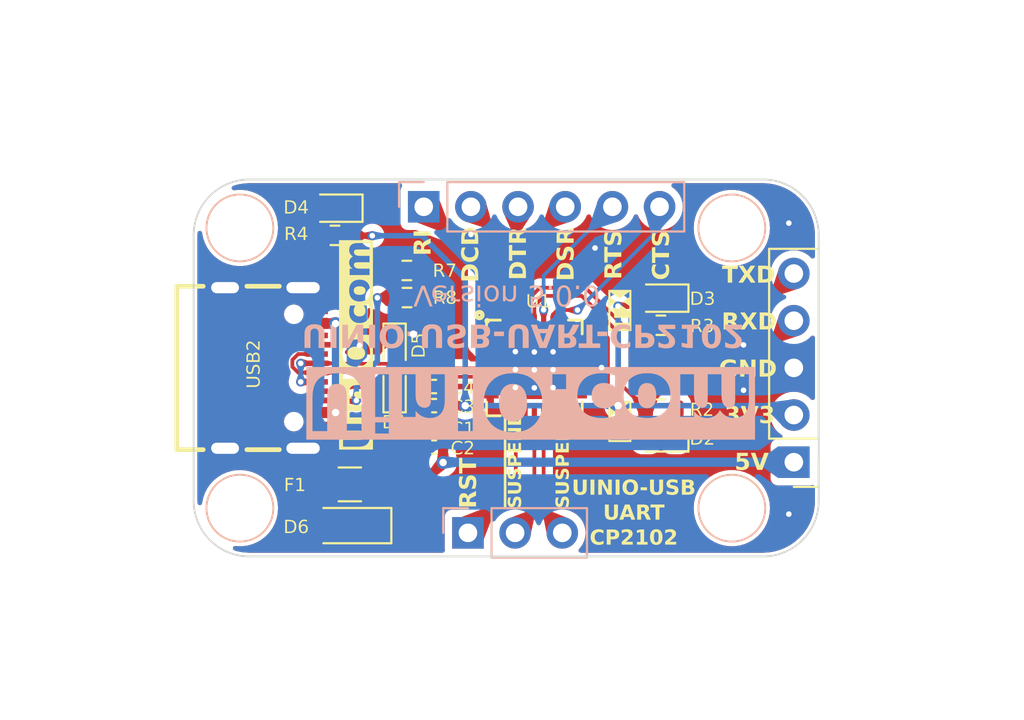
<source format=kicad_pcb>
(kicad_pcb (version 20240108) (generator "pcbnew") (generator_version "8.0")
  (title_block (title "UINIO-USB-UART-CP2102") (date "2024-11-25") (rev "Version 5.0.0") (company "UinIO.com 电子技术实验室"))
  (layers (0 "F.Cu" signal) (31 "B.Cu" signal) (34 "B.Paste" user) (35 "F.Paste" user) (36 "B.SilkS" user "B.Silkscreen") (37 "F.SilkS" user "F.Silkscreen") (38 "B.Mask" user) (39 "F.Mask" user) (44 "Edge.Cuts" user))
  (net 0 "")
  (net 1 "/CP2102_VDD_5V")
  (net 2 "GND")
  (net 3 "/CP2102_VDD_3.3V")
  (net 4 "/VBUS")
  (net 5 "Net-(D3-K)")
  (net 6 "/CP2102_DSR")
  (net 7 "/CP2102_DTR")
  (net 8 "/CP2102_DCD")
  (net 9 "/CP2102_SUSPEND")
  (net 10 "/CP2102_*SUSPEND")
  (net 11 "/CP2102_TXD")
  (net 12 "/CP2102_RXD")
  (net 13 "/CP2102_RTS")
  (net 14 "/CP2102_CTS")
  (net 15 "/CP2102_RI")
  (net 16 "/CP2102_USB_Data_P")
  (net 17 "/CP2102_USB_Data_N")
  (net 18 "/CP2102_RST")
  (net 19 "Net-(USB2-CC1)")
  (net 20 "Net-(USB2-CC2)")
  (net 34 "Net-(D4-A)")
  (net 35 "Net-(D2-K)")
  (footprint "Fuse:Fuse_1206_3216Metric" (layer "F.Cu") (at 141.54952 101.935 180)
    (property "Reference" "F1" (at 2.96 -0.07 180) (layer "F.SilkS") (effects (font (size 0.7 0.7))))
    (property "Value" "60V 1A")
    (fp_line (start -0.602064 0.91) (end 0.602064 0.91) (stroke (width 0.12)) (layer "F.SilkS"))
    (fp_line (start -0.602064 -0.91) (end 0.602064 -0.91) (stroke (width 0.12)) (layer "F.SilkS"))
    (pad "1" smd roundrect (at -1.4 0 180) (size 1.25 1.75) (layers "F.Cu" "F.Paste" "F.Mask") (roundrect_rratio 0.2) (net 1 "/CP2102_VDD_5V"))
    (pad "2" smd roundrect (at 1.4 0 180) (size 1.25 1.75) (layers "F.Cu" "F.Paste" "F.Mask") (roundrect_rratio 0.2) (net 4 "/VBUS"))
  )
  (footprint "Resistor_SMD:R_0603_1608Metric" (layer "F.Cu") (at 144.62952 91.875 180)
    (property "Reference" "R8" (at -2.04 -0.04 0) (layer "F.SilkS") (effects (font (size 0.7 0.7) (thickness 0.1))))
    (property "Value" "5.1K")
    (fp_line (start -0.237258 0.5225) (end 0.237258 0.5225) (stroke (width 0.12)) (layer "F.SilkS"))
    (fp_line (start -0.237258 -0.5225) (end 0.237258 -0.5225) (stroke (width 0.12)) (layer "F.SilkS"))
    (pad "1" smd roundrect (at -0.825 0 180) (size 0.8 0.95) (layers "F.Cu" "F.Paste" "F.Mask") (net 2 "GND"))
    (pad "2" smd roundrect (at 0.825 0 180) (size 0.8 0.95) (layers "F.Cu" "F.Paste" "F.Mask") (net 20 "Net-(USB2-CC2)"))
  )
  (footprint "Uinio:Hole-2mm" (layer "F.Cu") (at 135.62952 88.125)
    (property "Reference" "HOLE**" (hide yes))
    (property "Value" "Hole-2mm" (hide yes))
    (fp_circle (center 0 0) (end 1.8 0) (stroke (width 0.1)) (fill none) (layer "B.SilkS"))
    (fp_circle (center 0 0) (end 1.8 0) (stroke (width 0.1)) (fill none) (layer "F.SilkS"))
    (pad "" np_thru_hole circle (at 0 0) (size 2.2 2.2) (drill 2.2) (layers "F&B.Cu" "*.Mask"))
  )
  (footprint "Uinio:Hole-2mm" (layer "F.Cu") (at 135.62952 103.215)
    (property "Reference" "HOLE**" (hide yes))
    (property "Value" "Hole-2mm" (hide yes))
    (fp_circle (center 0 0) (end 1.8 0) (stroke (width 0.1)) (fill none) (layer "B.SilkS"))
    (fp_circle (center 0 0) (end 1.8 0) (stroke (width 0.1)) (fill none) (layer "F.SilkS"))
    (pad "" np_thru_hole circle (at 0 0) (size 2.2 2.2) (drill 2.2) (layers "F&B.Cu" "*.Mask"))
  )
  (footprint "Uinio:Hole-2mm" (layer "F.Cu") (at 162.11952 103.215)
    (property "Reference" "HOLE**" (hide yes))
    (property "Value" "Hole-2mm" (hide yes))
    (fp_circle (center 0 0) (end 1.8 0) (stroke (width 0.1)) (fill none) (layer "B.SilkS"))
    (fp_circle (center 0 0) (end 1.8 0) (stroke (width 0.1)) (fill none) (layer "F.SilkS"))
    (pad "" np_thru_hole circle (at 0 0) (size 2.2 2.2) (drill 2.2) (layers "F&B.Cu" "*.Mask"))
  )
  (footprint "Uinio:Hole-2mm" (layer "F.Cu") (at 162.11952 88.125)
    (property "Reference" "HOLE**" (hide yes))
    (property "Value" "Hole-2mm" (hide yes))
    (fp_circle (center 0 0) (end 1.8 0) (stroke (width 0.1)) (fill none) (layer "B.SilkS"))
    (fp_circle (center 0 0) (end 1.8 0) (stroke (width 0.1)) (fill none) (layer "F.SilkS"))
    (pad "" np_thru_hole circle (at 0 0) (size 2.2 2.2) (drill 2.2) (layers "F&B.Cu" "*.Mask"))
  )
  (footprint "Resistor_SMD:R_0603_1608Metric" (layer "F.Cu") (at 144.61952 90.415 180)
    (property "Reference" "R7" (at -2.04 -0.05 0) (layer "F.SilkS") (effects (font (size 0.7 0.7) (thickness 0.1))))
    (property "Value" "5.1K")
    (fp_line (start -0.237258 0.5225) (end 0.237258 0.5225) (stroke (width 0.12)) (layer "F.SilkS"))
    (fp_line (start -0.237258 -0.5225) (end 0.237258 -0.5225) (stroke (width 0.12)) (layer "F.SilkS"))
    (pad "1" smd roundrect (at -0.825 0 180) (size 0.8 0.95) (layers "F.Cu" "F.Paste" "F.Mask") (net 2 "GND"))
    (pad "2" smd roundrect (at 0.825 0 180) (size 0.8 0.95) (layers "F.Cu" "F.Paste" "F.Mask") (net 19 "Net-(USB2-CC1)"))
  )
  (footprint "Capacitor_SMD:C_0402_1005Metric" (layer "F.Cu") (at 146.08952 99.925 180)
    (property "Reference" "C2" (at -1.54 -0.1 180) (layer "F.SilkS") (effects (font (size 0.7 0.7))))
    (property "Value" "1uF")
    (fp_line (start -0.107836 0.36) (end 0.107836 0.36) (stroke (width 0.12)) (layer "F.SilkS"))
    (fp_line (start -0.107836 -0.36) (end 0.107836 -0.36) (stroke (width 0.12)) (layer "F.SilkS"))
    (pad "1" smd roundrect (at -0.48 0 180) (size 0.56 0.62) (layers "F.Cu" "F.Paste" "F.Mask") (net 1 "/CP2102_VDD_5V"))
    (pad "2" smd roundrect (at 0.48 0 180) (size 0.56 0.62) (layers "F.Cu" "F.Paste" "F.Mask") (net 2 "GND"))
  )
  (footprint "LED_SMD:LED_0603_1608Metric" (layer "F.Cu") (at 158.29952 99.435 180)
    (property "Reference" "D2" (at -2.23 -0.07 0) (layer "F.SilkS") (effects (font (size 0.7 0.7) (thickness 0.1))))
    (property "Value" "BLUE LED")
    (fp_line (start 0.8 -0.735) (end -1.485 -0.735) (stroke (width 0.12)) (layer "F.SilkS"))
    (fp_line (start -1.485 0.735) (end 0.8 0.735) (stroke (width 0.12)) (layer "F.SilkS"))
    (fp_line (start -1.485 -0.735) (end -1.485 0.735) (stroke (width 0.12)) (layer "F.SilkS"))
    (pad "1" smd roundrect (at -0.7875 0 180) (size 0.875 0.95) (layers "F.Cu" "F.Paste" "F.Mask") (net 35 "Net-(D2-K)"))
    (pad "2" smd roundrect (at 0.7875 0 180) (size 0.875 0.95) (layers "F.Cu" "F.Paste" "F.Mask") (net 3 "/CP2102_VDD_3.3V"))
  )
  (footprint "Diode_SMD:D_SOD-523" (layer "F.Cu") (at 143.95952 96.795 90)
    (property "Reference" "D1" (at -1.83 0.01 0) (layer "F.SilkS") (effects (font (size 0.7 0.7))))
    (property "Value" "LESD5D5.0CT1G")
    (fp_line (start 0.7 -0.6) (end -1.26 -0.6) (stroke (width 0.12)) (layer "F.SilkS"))
    (fp_line (start -1.26 -0.6) (end -1.26 0.6) (stroke (width 0.12)) (layer "F.SilkS"))
    (fp_line (start 0.7 0.6) (end -1.26 0.6) (stroke (width 0.12)) (layer "F.SilkS"))
    (pad "1" smd roundrect (at -0.7 0 270) (size 0.6 0.7) (layers "F.Cu" "F.Paste" "F.Mask") (net 2 "GND"))
    (pad "2" smd roundrect (at 0.7 0 270) (size 0.6 0.7) (layers "F.Cu" "F.Paste" "F.Mask") (net 17 "/CP2102_USB_Data_N"))
  )
  (footprint "Uinio:USB-C-SMD_TYPEC-304J-BCP16" (layer "F.Cu") (at 137.31052 95.665 -90)
    (property "Reference" "USB2" (at 1.11 0.90732 90) (layer "F.SilkS") (effects (font (size 0.7 0.7) (thickness 0.1)) (justify left)))
    (property "Value" "USB_Type_C_16Pin")
    (fp_line (start -4.4 5.081) (end 4.4 5.081) (stroke (width 0.254)) (layer "F.SilkS"))
    (fp_line (start -4.4 5.081) (end -4.4 3.659) (stroke (width 0.254)) (layer "F.SilkS"))
    (fp_line (start 4.4 5.081) (end 4.4 3.659) (stroke (width 0.254)) (layer "F.SilkS"))
    (fp_line (start -4.4 1.304) (end -4.4 -0.441) (stroke (width 0.254)) (layer "F.SilkS"))
    (fp_line (start 4.4 1.304) (end 4.4 -0.441) (stroke (width 0.254)) (layer "F.SilkS"))
    (pad "" np_thru_hole circle (at -2.89 -1.219 270) (size 0.65 0.65) (drill 0.65) (layers "*.Cu" "*.Mask"))
    (pad "" np_thru_hole circle (at 2.89 -1.219 270) (size 0.65 0.65) (drill 0.65) (layers "*.Cu" "*.Mask"))
    (pad "13" thru_hole oval (at -4.325 -1.719 270) (size 1 2.1) (drill oval 0.6 1.8) (layers "*.Cu" "*.Mask") (net 2 "GND"))
    (pad "14" thru_hole oval (at 4.325 -1.719 270) (size 1 2.1) (drill oval 0.6 1.8) (layers "*.Cu" "*.Mask") (net 2 "GND"))
    (pad "15" thru_hole oval (at -4.325 2.481 270) (size 1 1.9) (drill oval 0.6 1.5) (layers "*.Cu" "*.Mask") (net 2 "GND"))
    (pad "16" thru_hole oval (at 4.325 2.481 270) (size 1 1.9) (drill oval 0.6 1.5) (layers "*.Cu" "*.Mask") (net 2 "GND"))
    (pad "A1B12" smd rect (at -3.2 -2.481 270) (size 0.6 1.15) (layers "F.Cu" "F.Paste" "F.Mask") (net 2 "GND"))
    (pad "A4B9" smd rect (at -2.4 -2.481 270) (size 0.6 1.15) (layers "F.Cu" "F.Paste" "F.Mask") (net 4 "/VBUS"))
    (pad "A5" smd rect (at -1.25 -2.481 270) (size 0.3 1.15) (layers "F.Cu" "F.Paste" "F.Mask") (net 19 "Net-(USB2-CC1)"))
    (pad "A6" smd rect (at -0.25 -2.481 270) (size 0.3 1.15) (layers "F.Cu" "F.Paste" "F.Mask") (net 16 "/CP2102_USB_Data_P"))
    (pad "A7" smd rect (at 0.25 -2.481 270) (size 0.3 1.15) (layers "F.Cu" "F.Paste" "F.Mask") (net 17 "/CP2102_USB_Data_N"))
    (pad "A8" smd rect (at 1.25 -2.481 270) (size 0.3 1.15) (layers "F.Cu" "F.Paste" "F.Mask"))
    (pad "B1A12" smd rect (at 3.2 -2.481 270) (size 0.6 1.15) (layers "F.Cu" "F.Paste" "F.Mask") (net 2 "GND"))
    (pad "B4A9" smd rect (at 2.4 -2.481 270) (size 0.6 1.15) (layers "F.Cu" "F.Paste" "F.Mask") (net 4 "/VBUS"))
    (pad "B5" smd rect (at 1.75 -2.481 270) (size 0.3 1.15) (layers "F.Cu" "F.Paste" "F.Mask") (net 20 "Net-(USB2-CC2)"))
    (pad "B6" smd rect (at 0.75 -2.481 270) (size 0.3 1.15) (layers "F.Cu" "F.Paste" "F.Mask") (net 16 "/CP2102_USB_Data_P"))
    (pad "B7" smd rect (at -0.75 -2.481 270) (size 0.3 1.15) (layers "F.Cu" "F.Paste" "F.Mask") (net 17 "/CP2102_USB_Data_N"))
    (pad "B8" smd rect (at -1.75 -2.481 270) (size 0.3 1.15) (layers "F.Cu" "F.Paste" "F.Mask"))
  )
  (footprint "Uinio:QFN-28_L5.0-W5.0-P0.50-TL-EP3.3" (layer "F.Cu") (at 151.4852 95.665)
    (property "Reference" "U1" (at -0.45568 -3.55 0) (layer "F.SilkS") (effects (font (size 0.7 0.7) (thickness 0.1)) (justify left)))
    (property "Value" "CP2102")
    (fp_line (start -2.576 -2.576) (end -2.576 -1.831) (stroke (width 0.152)) (layer "F.SilkS"))
    (fp_line (start -2.576 2.576) (end -2.576 1.831) (stroke (width 0.152)) (layer "F.SilkS"))
    (fp_line (start -1.831 -2.576) (end -2.576 -2.576) (stroke (width 0.152)) (layer "F.SilkS"))
    (fp_line (start -1.831 2.576) (end -2.576 2.576) (stroke (width 0.152)) (layer "F.SilkS"))
    (fp_line (start 1.831 -2.576) (end 2.576 -2.576) (stroke (width 0.152)) (layer "F.SilkS"))
    (fp_line (start 1.831 2.576) (end 2.576 2.576) (stroke (width 0.152)) (layer "F.SilkS"))
    (fp_line (start 2.576 -2.576) (end 2.576 -1.831) (stroke (width 0.152)) (layer "F.SilkS"))
    (fp_line (start 2.576 2.576) (end 2.576 1.831) (stroke (width 0.152)) (layer "F.SilkS"))
    (fp_circle (center -2.54 -2.54) (end -2.465 -2.54) (stroke (width 0.15)) (fill none) (layer "F.SilkS"))
    (pad "1" smd rect (at -2.377 -1.5) (size 0.905 0.28) (layers "F.Cu" "F.Paste" "F.Mask") (net 8 "/CP2102_DCD"))
    (pad "2" smd rect (at -2.377 -1) (size 0.905 0.28) (layers "F.Cu" "F.Paste" "F.Mask") (net 15 "/CP2102_RI"))
    (pad "3" smd rect (at -2.377 -0.5) (size 0.905 0.28) (layers "F.Cu" "F.Paste" "F.Mask") (net 2 "GND"))
    (pad "4" smd rect (at -2.377 0) (size 0.905 0.28) (layers "F.Cu" "F.Paste" "F.Mask") (net 16 "/CP2102_USB_Data_P"))
    (pad "5" smd rect (at -2.377 0.5) (size 0.905 0.28) (layers "F.Cu" "F.Paste" "F.Mask") (net 17 "/CP2102_USB_Data_N"))
    (pad "6" smd rect (at -2.377 1) (size 0.905 0.28) (layers "F.Cu" "F.Paste" "F.Mask") (net 3 "/CP2102_VDD_3.3V"))
    (pad "7" smd rect (at -2.377 1.5) (size 0.905 0.28) (layers "F.Cu" "F.Paste" "F.Mask") (net 1 "/CP2102_VDD_5V"))
    (pad "8" smd rect (at -1.5 2.377) (size 0.28 0.905) (layers "F.Cu" "F.Paste" "F.Mask") (net 1 "/CP2102_VDD_5V"))
    (pad "9" smd rect (at -1 2.377) (size 0.28 0.905) (layers "F.Cu" "F.Paste" "F.Mask") (net 18 "/CP2102_RST"))
    (pad "10" smd rect (at -0.5 2.377) (size 0.28 0.905) (layers "F.Cu" "F.Paste" "F.Mask"))
    (pad "11" smd rect (at 0 2.377) (size 0.28 0.905) (layers "F.Cu" "F.Paste" "F.Mask") (net 10 "/CP2102_*SUSPEND"))
    (pad "12" smd rect (at 0.5 2.377) (size 0.28 0.905) (layers "F.Cu" "F.Paste" "F.Mask") (net 9 "/CP2102_SUSPEND"))
    (pad "13" smd rect (at 1 2.377) (size 0.28 0.905) (layers "F.Cu" "F.Paste" "F.Mask"))
    (pad "14" smd rect (at 1.5 2.377) (size 0.28 0.905) (layers "F.Cu" "F.Paste" "F.Mask"))
    (pad "15" smd rect (at 2.377 1.5) (size 0.905 0.28) (layers "F.Cu" "F.Paste" "F.Mask"))
    (pad "16" smd rect (at 2.377 1) (size 0.905 0.28) (layers "F.Cu" "F.Paste" "F.Mask"))
    (pad "17" smd rect (at 2.377 0.5) (size 0.905 0.28) (layers "F.Cu" "F.Paste" "F.Mask"))
    (pad "18" smd rect (at 2.377 0) (size 0.905 0.28) (layers "F.Cu" "F.Paste" "F.Mask"))
    (pad "19" smd rect (at 2.377 -0.5) (size 0.905 0.28) (layers "F.Cu" "F.Paste" "F.Mask"))
    (pad "20" smd rect (at 2.377 -1) (size 0.905 0.28) (layers "F.Cu" "F.Paste" "F.Mask"))
    (pad "21" smd rect (at 2.377 -1.5) (size 0.905 0.28) (layers "F.Cu" "F.Paste" "F.Mask"))
    (pad "22" smd rect (at 1.5 -2.377) (size 0.28 0.905) (layers "F.Cu" "F.Paste" "F.Mask"))
    (pad "23" smd rect (at 1 -2.377) (size 0.28 0.905) (layers "F.Cu" "F.Paste" "F.Mask") (net 14 "/CP2102_CTS"))
    (pad "24" smd rect (at 0.5 -2.377) (size 0.28 0.905) (layers "F.Cu" "F.Paste" "F.Mask") (net 13 "/CP2102_RTS"))
    (pad "25" smd rect (at 0 -2.377) (size 0.28 0.905) (layers "F.Cu" "F.Paste" "F.Mask") (net 12 "/CP2102_RXD"))
    (pad "26" smd rect (at -0.5 -2.377) (size 0.28 0.905) (layers "F.Cu" "F.Paste" "F.Mask") (net 11 "/CP2102_TXD"))
    (pad "27" smd rect (at -1 -2.377) (size 0.28 0.905) (layers "F.Cu" "F.Paste" "F.Mask") (net 6 "/CP2102_DSR"))
    (pad "28" smd rect (at -1.5 -2.377) (size 0.28 0.905) (layers "F.Cu" "F.Paste" "F.Mask") (net 7 "/CP2102_DTR"))
    (pad "29" smd rect (at 0 0) (size 3.35 3.35) (layers "F.Cu" "F.Paste" "F.Mask") (net 2 "GND"))
  )
  (footprint "Connector_PinHeader_2.54mm:PinHeader_1x05_P2.54mm_Vertical" (layer "F.Cu") (at 165.4582 100.74 180)
    (property "Reference" "J2" (hide yes))
    (property "Value" "Conn_01x05_Pin")
    (fp_line (start 1.33 1.27) (end 1.33 11.49) (stroke (width 0.12)) (layer "F.SilkS"))
    (fp_line (start -1.33 11.49) (end 1.33 11.49) (stroke (width 0.12)) (layer "F.SilkS"))
    (fp_line (start -1.33 1.27) (end 1.33 1.27) (stroke (width 0.12)) (layer "F.SilkS"))
    (fp_line (start -1.33 1.27) (end -1.33 11.49) (stroke (width 0.12)) (layer "F.SilkS"))
    (fp_line (start -1.33 0) (end -1.33 -1.33) (stroke (width 0.12)) (layer "F.SilkS"))
    (fp_line (start -1.33 -1.33) (end 0 -1.33) (stroke (width 0.12)) (layer "F.SilkS"))
    (pad "1" thru_hole rect (at 0 0 180) (size 1.7 1.7) (drill 1) (layers "*.Cu" "*.Mask") (net 1 "/CP2102_VDD_5V"))
    (pad "2" thru_hole oval (at 0 2.54 180) (size 1.7 1.7) (drill 1) (layers "*.Cu" "*.Mask") (net 3 "/CP2102_VDD_3.3V"))
    (pad "3" thru_hole oval (at 0 5.08 180) (size 1.7 1.7) (drill 1) (layers "*.Cu" "*.Mask") (net 2 "GND"))
    (pad "4" thru_hole oval (at 0 7.62 180) (size 1.7 1.7) (drill 1) (layers "*.Cu" "*.Mask") (net 12 "/CP2102_RXD"))
    (pad "5" thru_hole oval (at 0 10.16 180) (size 1.7 1.7) (drill 1) (layers "*.Cu" "*.Mask") (net 11 "/CP2102_TXD"))
  )
  (footprint "Resistor_SMD:R_0603_1608Metric" (layer "F.Cu") (at 140.74952 88.525)
    (property "Reference" "R4" (at -2.09 -0.04 0) (layer "F.SilkS") (effects (font (size 0.7 0.7) (thickness 0.1))))
    (property "Value" "2K")
    (fp_line (start -0.237258 -0.5225) (end 0.237258 -0.5225) (stroke (width 0.12)) (layer "F.SilkS"))
    (fp_line (start -0.237258 0.5225) (end 0.237258 0.5225) (stroke (width 0.12)) (layer "F.SilkS"))
    (pad "1" smd roundrect (at -0.825 0) (size 0.8 0.95) (layers "F.Cu" "F.Paste" "F.Mask") (net 34 "Net-(D4-A)"))
    (pad "2" smd roundrect (at 0.825 0) (size 0.8 0.95) (layers "F.Cu" "F.Paste" "F.Mask") (net 3 "/CP2102_VDD_3.3V"))
  )
  (footprint "Diode_SMD:Nexperia_CFP3_SOD-123W" (layer "F.Cu") (at 141.52452 104.155 180)
    (property "Reference" "D6" (at 2.864005 -0.11 180) (layer "F.SilkS") (effects (font (size 0.7 0.7))))
    (property "Value" "1N4007")
    (fp_line (start -2.26 0.95) (end 1.4 0.95) (stroke (width 0.12)) (layer "F.SilkS"))
    (fp_line (start -2.26 -0.95) (end 1.4 -0.95) (stroke (width 0.12)) (layer "F.SilkS"))
    (fp_line (start -2.26 -0.95) (end -2.26 0.95) (stroke (width 0.12)) (layer "F.SilkS"))
    (pad "1" smd rect (at -1.4 0 180) (size 1.2 1.2) (layers "F.Cu" "F.Paste" "F.Mask") (net 1 "/CP2102_VDD_5V"))
    (pad "2" smd rect (at 1.4 0 180) (size 1.2 1.2) (layers "F.Cu" "F.Paste" "F.Mask") (net 2 "GND"))
  )
  (footprint "Capacitor_SMD:C_0402_1005Metric" (layer "F.Cu") (at 146.08952 96.665 180)
    (property "Reference" "C4" (at -1.54 -0.1 180) (layer "F.SilkS") (effects (font (size 0.7 0.7))))
    (property "Value" "0.1uF")
    (fp_line (start -0.107836 0.36) (end 0.107836 0.36) (stroke (width 0.12)) (layer "F.SilkS"))
    (fp_line (start -0.107836 -0.36) (end 0.107836 -0.36) (stroke (width 0.12)) (layer "F.SilkS"))
    (pad "1" smd roundrect (at -0.48 0 180) (size 0.56 0.62) (layers "F.Cu" "F.Paste" "F.Mask") (net 3 "/CP2102_VDD_3.3V"))
    (pad "2" smd roundrect (at 0.48 0 180) (size 0.56 0.62) (layers "F.Cu" "F.Paste" "F.Mask") (net 2 "GND"))
  )
  (footprint "Resistor_SMD:R_0603_1608Metric" (layer "F.Cu") (at 158.29952 93.365)
    (property "Reference" "R3" (at 2.220509 0.08 0) (layer "F.SilkS") (effects (font (size 0.7 0.7) (thickness 0.1))))
    (property "Value" "2K")
    (fp_line (start -0.237258 -0.5225) (end 0.237258 -0.5225) (stroke (width 0.12)) (layer "F.SilkS"))
    (fp_line (start -0.237258 0.5225) (end 0.237258 0.5225) (stroke (width 0.12)) (layer "F.SilkS"))
    (pad "1" smd roundrect (at -0.825 0) (size 0.8 0.95) (layers "F.Cu" "F.Paste" "F.Mask") (net 11 "/CP2102_TXD"))
    (pad "2" smd roundrect (at 0.825 0) (size 0.8 0.95) (layers "F.Cu" "F.Paste" "F.Mask") (net 5 "Net-(D3-K)"))
  )
  (footprint "LED_SMD:LED_0603_1608Metric" (layer "F.Cu") (at 158.29952 91.905 180)
    (property "Reference" "D3" (at -2.24 -0.07 0) (layer "F.SilkS") (effects (font (size 0.7 0.7) (thickness 0.1))))
    (property "Value" "BLUE LED")
    (fp_line (start 0.8 -0.735) (end -1.485 -0.735) (stroke (width 0.12)) (layer "F.SilkS"))
    (fp_line (start -1.485 0.735) (end 0.8 0.735) (stroke (width 0.12)) (layer "F.SilkS"))
    (fp_line (start -1.485 -0.735) (end -1.485 0.735) (stroke (width 0.12)) (layer "F.SilkS"))
    (pad "1" smd roundrect (at -0.7875 0 180) (size 0.875 0.95) (layers "F.Cu" "F.Paste" "F.Mask") (net 5 "Net-(D3-K)"))
    (pad "2" smd roundrect (at 0.7875 0 180) (size 0.875 0.95) (layers "F.Cu" "F.Paste" "F.Mask") (net 3 "/CP2102_VDD_3.3V"))
  )
  (footprint "LED_SMD:LED_0603_1608Metric" (layer "F.Cu") (at 140.74952 87.06 180)
    (property "Reference" "D4" (at 2.09 0 0) (layer "F.SilkS") (effects (font (size 0.7 0.7) (thickness 0.1))))
    (property "Value" "LED Red")
    (fp_line (start 0.8 -0.735) (end -1.485 -0.735) (stroke (width 0.12)) (layer "F.SilkS"))
    (fp_line (start -1.485 0.735) (end 0.8 0.735) (stroke (width 0.12)) (layer "F.SilkS"))
    (fp_line (start -1.485 -0.735) (end -1.485 0.735) (stroke (width 0.12)) (layer "F.SilkS"))
    (pad "1" smd roundrect (at -0.7875 0 180) (size 0.875 0.95) (layers "F.Cu" "F.Paste" "F.Mask") (net 2 "GND"))
    (pad "2" smd roundrect (at 0.7875 0 180) (size 0.875 0.95) (layers "F.Cu" "F.Paste" "F.Mask") (net 34 "Net-(D4-A)"))
  )
  (footprint "Diode_SMD:D_SOD-523" (layer "F.Cu") (at 143.95952 94.535 -90)
    (property "Reference" "D5" (at -0.08 -1.33 -90) (layer "F.SilkS") (effects (font (size 0.7 0.7))))
    (property "Value" "LESD5D5.0CT1G")
    (fp_line (start 0.7 0.6) (end -1.26 0.6) (stroke (width 0.12)) (layer "F.SilkS"))
    (fp_line (start -1.26 -0.6) (end -1.26 0.6) (stroke (width 0.12)) (layer "F.SilkS"))
    (fp_line (start 0.7 -0.6) (end -1.26 -0.6) (stroke (width 0.12)) (layer "F.SilkS"))
    (pad "1" smd roundrect (at -0.7 0 90) (size 0.6 0.7) (layers "F.Cu" "F.Paste" "F.Mask") (net 2 "GND"))
    (pad "2" smd roundrect (at 0.7 0 90) (size 0.6 0.7) (layers "F.Cu" "F.Paste" "F.Mask") (net 16 "/CP2102_USB_Data_P"))
  )
  (footprint "Capacitor_SMD:C_0402_1005Metric" (layer "F.Cu") (at 146.08952 97.695 180)
    (property "Reference" "C3" (at -1.54 -0.1 180) (layer "F.SilkS") (effects (font (size 0.7 0.7))))
    (property "Value" "4.7uF")
    (fp_line (start -0.107836 0.36) (end 0.107836 0.36) (stroke (width 0.12)) (layer "F.SilkS"))
    (fp_line (start -0.107836 -0.36) (end 0.107836 -0.36) (stroke (width 0.12)) (layer "F.SilkS"))
    (pad "1" smd roundrect (at -0.48 0 180) (size 0.56 0.62) (layers "F.Cu" "F.Paste" "F.Mask") (net 3 "/CP2102_VDD_3.3V"))
    (pad "2" smd roundrect (at 0.48 0 180) (size 0.56 0.62) (layers "F.Cu" "F.Paste" "F.Mask") (net 2 "GND"))
  )
  (footprint "Capacitor_SMD:C_0402_1005Metric" (layer "F.Cu") (at 146.08952 98.885 180)
    (property "Reference" "C1" (at -1.54 -0.1 180) (layer "F.SilkS") (effects (font (size 0.7 0.7))))
    (property "Value" "0.1uF")
    (fp_line (start -0.107836 0.36) (end 0.107836 0.36) (stroke (width 0.12)) (layer "F.SilkS"))
    (fp_line (start -0.107836 -0.36) (end 0.107836 -0.36) (stroke (width 0.12)) (layer "F.SilkS"))
    (pad "1" smd roundrect (at -0.48 0 180) (size 0.56 0.62) (layers "F.Cu" "F.Paste" "F.Mask") (net 1 "/CP2102_VDD_5V"))
    (pad "2" smd roundrect (at 0.48 0 180) (size 0.56 0.62) (layers "F.Cu" "F.Paste" "F.Mask") (net 2 "GND"))
  )
  (footprint "Resistor_SMD:R_0603_1608Metric" (layer "F.Cu") (at 158.29952 97.885)
    (property "Reference" "R2" (at 2.210509 0.07 0) (layer "F.SilkS") (effects (font (size 0.7 0.7) (thickness 0.1))))
    (property "Value" "2K")
    (fp_line (start -0.237258 -0.5225) (end 0.237258 -0.5225) (stroke (width 0.12)) (layer "F.SilkS"))
    (fp_line (start -0.237258 0.5225) (end 0.237258 0.5225) (stroke (width 0.12)) (layer "F.SilkS"))
    (pad "1" smd roundrect (at -0.825 0) (size 0.8 0.95) (layers "F.Cu" "F.Paste" "F.Mask") (net 12 "/CP2102_RXD"))
    (pad "2" smd roundrect (at 0.825 0) (size 0.8 0.95) (layers "F.Cu" "F.Paste" "F.Mask") (net 35 "Net-(D2-K)"))
  )
  (footprint "Connector_PinHeader_2.54mm:PinHeader_1x06_P2.54mm_Vertical" (layer "B.Cu") (at 145.5282 86.985 -90)
    (property "Reference" "J3" (hide yes))
    (property "Value" "Conn_01x06_Pin")
    (fp_line (start -1.33 1.33) (end 0 1.33) (stroke (width 0.12)) (layer "B.SilkS"))
    (fp_line (start -1.33 0) (end -1.33 1.33) (stroke (width 0.12)) (layer "B.SilkS"))
    (fp_line (start -1.33 -1.27) (end 1.33 -1.27) (stroke (width 0.12)) (layer "B.SilkS"))
    (fp_line (start -1.33 -1.27) (end -1.33 -14.03) (stroke (width 0.12)) (layer "B.SilkS"))
    (fp_line (start 1.33 -1.27) (end 1.33 -14.03) (stroke (width 0.12)) (layer "B.SilkS"))
    (fp_line (start -1.33 -14.03) (end 1.33 -14.03) (stroke (width 0.12)) (layer "B.SilkS"))
    (pad "1" thru_hole rect (at 0 0 270) (size 1.7 1.7) (drill 1) (layers "*.Cu" "*.Mask") (net 15 "/CP2102_RI"))
    (pad "2" thru_hole oval (at 0 -2.54 270) (size 1.7 1.7) (drill 1) (layers "*.Cu" "*.Mask") (net 8 "/CP2102_DCD"))
    (pad "3" thru_hole oval (at 0 -5.08 270) (size 1.7 1.7) (drill 1) (layers "*.Cu" "*.Mask") (net 7 "/CP2102_DTR"))
    (pad "4" thru_hole oval (at 0 -7.62 270) (size 1.7 1.7) (drill 1) (layers "*.Cu" "*.Mask") (net 6 "/CP2102_DSR"))
    (pad "5" thru_hole oval (at 0 -10.16 270) (size 1.7 1.7) (drill 1) (layers "*.Cu" "*.Mask") (net 13 "/CP2102_RTS"))
    (pad "6" thru_hole oval (at 0 -12.7 270) (size 1.7 1.7) (drill 1) (layers "*.Cu" "*.Mask") (net 14 "/CP2102_CTS"))
  )
  (footprint "Connector_PinHeader_2.54mm:PinHeader_1x03_P2.54mm_Vertical" (layer "B.Cu") (at 147.90952 104.545 -90)
    (property "Reference" "J1" (hide yes))
    (property "Value" "Conn_01x03_Pin")
    (fp_line (start -1.33 1.33) (end 0 1.33) (stroke (width 0.12)) (layer "B.SilkS"))
    (fp_line (start -1.33 0) (end -1.33 1.33) (stroke (width 0.12)) (layer "B.SilkS"))
    (fp_line (start -1.33 -1.27) (end 1.33 -1.27) (stroke (width 0.12)) (layer "B.SilkS"))
    (fp_line (start -1.33 -1.27) (end -1.33 -6.41) (stroke (width 0.12)) (layer "B.SilkS"))
    (fp_line (start 1.33 -1.27) (end 1.33 -6.41) (stroke (width 0.12)) (layer "B.SilkS"))
    (fp_line (start -1.33 -6.41) (end 1.33 -6.41) (stroke (width 0.12)) (layer "B.SilkS"))
    (pad "1" thru_hole rect (at 0 0 270) (size 1.7 1.7) (drill 1) (layers "*.Cu" "*.Mask") (net 18 "/CP2102_RST"))
    (pad "2" thru_hole oval (at 0 -2.54 270) (size 1.7 1.7) (drill 1) (layers "*.Cu" "*.Mask") (net 10 "/CP2102_*SUSPEND"))
    (pad "3" thru_hole oval (at 0 -5.08 270) (size 1.7 1.7) (drill 1) (layers "*.Cu" "*.Mask") (net 9 "/CP2102_SUSPEND"))
  )
  (gr_circle (center 148.5282 92.815) (end 148.4882 92.795) (stroke (width 0.1)) (fill none) (layer "F.SilkS"))
  (gr_circle (center 148.5282 92.815) (end 148.3982 92.795) (stroke (width 0.1)) (fill none) (layer "F.SilkS"))
  (gr_circle (center 148.5282 92.815) (end 148.3782 92.645) (stroke (width 0.1)) (fill none) (layer "F.SilkS"))
  (gr_arc (start 136.1382 105.815) (mid 134.01688 104.93632) (end 133.1382 102.815) (stroke (width 0.1)) (layer "Edge.Cuts"))
  (gr_arc (start 133.1382 88.515) (mid 134.01688 86.39368) (end 136.1382 85.515) (stroke (width 0.1)) (layer "Edge.Cuts"))
  (gr_line (start 133.1382 102.815) (end 133.1382 88.515) (stroke (width 0.1)) (layer "Edge.Cuts"))
  (gr_line (start 136.1382 85.515) (end 163.7982 85.515) (stroke (width 0.1)) (layer "Edge.Cuts"))
  (gr_line (start 138.3432 105.815) (end 144.4432 105.815) (stroke (width 0.1)) (layer "Edge.Cuts"))
  (gr_line (start 166.7982 88.515) (end 166.7982 102.815) (stroke (width 0.1)) (layer "Edge.Cuts"))
  (gr_line (start 136.1382 105.815) (end 138.3432 105.815) (stroke (width 0.1)) (layer "Edge.Cuts"))
  (gr_arc (start 163.7982 85.515) (mid 165.91952 86.39368) (end 166.7982 88.515) (stroke (width 0.1)) (layer "Edge.Cuts"))
  (gr_line (start 144.4432 105.815) (end 163.7982 105.815) (stroke (width 0.1)) (layer "Edge.Cuts"))
  (gr_arc (start 166.7982 102.815) (mid 165.91952 104.93632) (end 163.7982 105.815) (stroke (width 0.1)) (layer "Edge.Cuts"))
  (gr_text "UINIO-USB-UART-CP2102" (at 138.94952 93.125 180) (layer "B.SilkS") (effects (font (size 1.23 1.23) (thickness 0.16) (bold yes)) (justify left bottom mirror)))
  (gr_text "Version 5.0.0" (at 144.96952 91.045 180) (layer "B.SilkS") (effects (font (size 1.1 1.1) (thickness 0.125)) (justify left bottom mirror)))
  (gr_text "UinIO.com" (at 139.154 95.495 180) (layer "B.SilkS" knockout) (effects (font (size 3 3) (thickness 0.16) (bold yes)) (justify left bottom mirror)))
  (gr_text "~{SUSPEND}" (at 150.88952 103.225 90) (layer "F.SilkS") (effects (font (size 0.7 0.7) (thickness 0.14) (bold yes)) (justify left bottom)))
  (gr_text "DSR" (at 153.753792 90.993905 90) (layer "F.SilkS") (effects (font (size 0.9 0.9) (thickness 0.16) (bold yes)) (justify left bottom)))
  (gr_text "RX" (at 156.76952 99.675 90) (layer "F.SilkS" knockout) (effects (font (size 1 1) (thickness 0.16) (bold yes)) (justify left bottom)))
  (gr_text "RST\n" (at 148.49952 103.235 90) (layer "F.SilkS") (effects (font (size 0.9 0.9) (thickness 0.16) (bold yes)) (justify left bottom)))
  (gr_text "RI" (at 146.0502 89.631029 90) (layer "F.SilkS") (effects (font (size 0.9 0.9) (thickness 0.16) (bold yes)) (justify left bottom)))
  (gr_text "UinIO.com" (at 142.84952 100.085 90) (layer "F.SilkS" knockout) (effects (font (size 1.4 1.4) (thickness 0.3) (bold yes)) (justify left bottom)))
  (gr_text "CTS" (at 158.88952 90.942125 90) (layer "F.SilkS") (effects (font (size 0.9 0.9) (thickness 0.16) (bold yes)) (justify left bottom)))
  (gr_text "TXD" (at 161.58952 91.225 0) (layer "F.SilkS") (effects (font (size 0.9 0.9) (thickness 0.16) (bold yes)) (justify left bottom)))
  (gr_text "3V3" (at 161.717894 98.785 0) (layer "F.SilkS") (effects (font (size 0.9 0.9) (thickness 0.16) (bold yes)) (justify left bottom)))
  (gr_text "DCD" (at 148.618064 91.065223 90) (layer "F.SilkS") (effects (font (size 0.9 0.9) (thickness 0.16) (bold yes)) (justify left bottom)))
  (gr_text "RTS" (at 156.321656 90.905 90) (layer "F.SilkS") (effects (font (size 0.9 0.9) (thickness 0.16) (bold yes)) (justify left bottom)))
  (gr_text "5V" (at 162.25952 101.305 0) (layer "F.SilkS") (effects (font (size 0.9 0.9) (thickness 0.16) (bold yes)) (justify left bottom)))
  (gr_text "UINIO-USB\nUART\nCP2102" (at 156.83952 105.315 0) (layer "F.SilkS") (effects (font (size 0.8 0.8) (thickness 0.16) (bold yes)) (justify bottom)))
  (gr_text "SUSPEND" (at 153.45952 103.225 90) (layer "F.SilkS") (effects (font (size 0.7 0.7) (thickness 0.14) (bold yes)) (justify left bottom)))
  (gr_text "DTR" (at 151.185928 90.940171 90) (layer "F.SilkS") (effects (font (size 0.9 0.9) (thickness 0.16) (bold yes)) (justify left bottom)))
  (gr_text "TX" (at 156.76952 93.575 90) (layer "F.SilkS" knockout) (effects (font (size 1 1) (thickness 0.16) (bold yes)) (justify left bottom)))
  (gr_text "RXD" (at 161.5649 93.745 0) (layer "F.SilkS") (effects (font (size 0.9 0.9) (thickness 0.16) (bold yes)) (justify left bottom)))
  (gr_text "GND" (at 161.421578 96.285 0) (layer "F.SilkS") (effects (font (size 0.9 0.9) (thickness 0.16) (bold yes)) (justify left bottom)))
  (segment (start 149.1082 98.11632) (end 149.18252 98.042) (width 0.4) (layer "F.Cu") (net 1))
  (segment (start 142.94952 101.935) (end 142.94952 104.13) (width 0.5) (layer "F.Cu") (net 1))
  (segment (start 146.56952 98.885) (end 148.33952 98.885) (width 0.5) (layer "F.Cu") (net 1))
  (segment (start 148.33952 98.885) (end 149.1082 98.11632) (width 0.5) (layer "F.Cu") (net 1))
  (segment (start 149.18252 98.042) (end 149.9852 98.042) (width 0.4) (layer "F.Cu") (net 1))
  (segment (start 146.56952 98.885) (end 146.56952 100.765) (width 0.5) (layer "F.Cu") (net 1))
  (segment (start 146.56952 100.765) (end 145.39952 101.935) (width 0.5) (layer "F.Cu") (net 1))
  (segment (start 149.1082 98.11632) (end 149.1082 97.265) (width 0.4) (layer "F.Cu") (net 1))
  (segment (start 145.39952 101.935) (end 142.94952 101.935) (width 0.5) (layer "F.Cu") (net 1))
  (via (at 146.570227 100.755) (size 0.7) (drill 0.4) (layers "F.Cu" "B.Cu") (net 1))
  (segment (start 146.585227 100.74) (end 165.4582 100.74) (width 0.5) (layer "B.Cu") (net 1))
  (segment (start 146.570227 100.755) (end 146.585227 100.74) (width 0.5) (layer "B.Cu") (net 1))
  (segment (start 134.82952 99.99) (end 139.0882 99.99) (width 0.4) (layer "F.Cu") (net 2))
  (segment (start 139.0882 99.99) (end 139.79152 99.28668) (width 0.4) (layer "F.Cu") (net 2))
  (segment (start 139.0982 91.35) (end 139.79152 92.04332) (width 0.4) (layer "F.Cu") (net 2))
  (segment (start 149.1082 95.165) (end 148.114431 95.165) (width 0.3) (layer "F.Cu") (net 2))
  (segment (start 139.79152 92.04332) (end 139.79152 92.475) (width 0.4) (layer "F.Cu") (net 2))
  (segment (start 149.1082 95.165) (end 150.9852 95.165) (width 0.3) (layer "F.Cu") (net 2))
  (segment (start 148.114431 95.165) (end 145.45452 92.505089) (width 0.3) (layer "F.Cu") (net 2))
  (segment (start 139.79152 99.28668) (end 139.79152 98.875) (width 0.4) (layer "F.Cu") (net 2))
  (segment (start 134.8232 91.35) (end 134.8232 99.98368) (width 0.4) (layer "F.Cu") (net 2))
  (segment (start 139.02952 91.35) (end 134.8232 91.35) (width 0.4) (layer "F.Cu") (net 2))
  (segment (start 145.45452 92.505089) (end 145.45452 91.875) (width 0.3) (layer "F.Cu") (net 2))
  (via (at 165.18952 103.535) (size 0.5) (drill 0.3) (layers "F.Cu" "B.Cu") (net 2))
  (via (at 151.4832 95.77) (size 0.5) (drill 0.3) (layers "F.Cu" "B.Cu") (net 2))
  (via (at 162.74952 94.425) (size 0.5) (drill 0.3) (layers "F.Cu" "B.Cu") (net 2))
  (via (at 142.06952 94.455) (size 0.5) (drill 0.3) (layers "F.Cu" "B.Cu") (net 2))
  (via (at 154.7532 89.205) (size 0.5) (drill 0.3) (layers "F.Cu" "B.Cu") (net 2))
  (via (at 151.4832 96.735) (size 0.5) (drill 0.3) (layers "F.Cu" "B.Cu") (net 2))
  (via (at 152.4932 94.795) (size 0.5) (drill 0.3) (layers "F.Cu" "B.Cu") (net 2))
  (via (at 148.06952 88.475) (size 0.5) (drill 0.3) (layers "F.Cu" "B.Cu") (net 2))
  (via (at 155.1032 95.645) (size 0.5) (drill 0.3) (layers "F.Cu" "B.Cu") (net 2))
  (via (at 165.18952 87.865) (size 0.5) (drill 0.3) (layers "F.Cu" "B.Cu") (net 2))
  (via (at 152.4932 95.76) (size 0.5) (drill 0.3) (layers "F.Cu" "B.Cu") (net 2))
  (via (at 150.4632 95.75) (size 0.5) (drill 0.3) (layers "F.Cu" "B.Cu") (net 2))
  (via (at 144.9732 93.845) (size 0.7) (drill 0.4) (layers "F.Cu" "B.Cu") (net 2))
  (via (at 162.74952 96.865) (size 0.5) (drill 0.3) (layers "F.Cu" "B.Cu") (net 2))
  (via (at 151.4832 94.805) (size 0.5) (drill 0.3) (layers "F.Cu" "B.Cu") (net 2))
  (via (at 152.4932 96.725) (size 0.5) (drill 0.3) (layers "F.Cu" "B.Cu") (net 2))
  (via (at 150.4632 96.715) (size 0.5) (drill 0.3) (layers "F.Cu" "B.Cu") (net 2))
  (via (at 150.4632 94.785) (size 0.5) (drill 0.3) (layers "F.Cu" "B.Cu") (net 2))
  (segment (start 146.56952 97.695) (end 146.56952 96.665) (width 0.3) (layer "F.Cu") (net 3))
  (segment (start 155.99952 97.835) (end 157.52202 99.3575) (width 0.3) (layer "F.Cu") (net 3))
  (segment (start 146.56952 96.665) (end 149.1082 96.665) (width 0.3) (layer "F.Cu") (net 3))
  (segment (start 147.7632 97.695) (end 146.56952 97.695) (width 0.3) (layer "F.Cu") (net 3))
  (segment (start 155.99952 97.695) (end 155.99952 97.835) (width 0.3) (layer "F.Cu") (net 3))
  (segment (start 142.75952 88.545) (end 141.59452 88.545) (width 0.3) (layer "F.Cu") (net 3))
  (segment (start 155.98952 92.335) (end 157.5057 92.335) (width 0.3) (layer "F.Cu") (net 3))
  (via (at 155.99952 97.695) (size 0.7) (drill 0.4) (layers "F.Cu" "B.Cu") (net 3))
  (via (at 142.75952 88.545) (size 0.5) (drill 0.3) (layers "F.Cu" "B.Cu") (net 3))
  (via (at 147.7632 97.695) (size 0.7) (drill 0.4) (layers "F.Cu" "B.Cu") (net 3))
  (via (at 155.98952 92.335) (size 0.5) (drill 0.3) (layers "F.Cu" "B.Cu") (net 3))
  (segment (start 164.9532 97.695) (end 155.99952 97.695) (width 0.3) (layer "B.Cu") (net 3))
  (segment (start 155.99952 97.695) (end 147.7632 97.695) (width 0.3) (layer "B.Cu") (net 3))
  (segment (start 155.99952 97.695) (end 155.99952 92.345) (width 0.3) (layer "B.Cu") (net 3))
  (segment (start 165.4582 98.2) (end 164.9532 97.695) (width 0.3) (layer "B.Cu") (net 3))
  (segment (start 142.75952 88.545) (end 145.43952 88.545) (width 0.3) (layer "B.Cu") (net 3))
  (segment (start 155.99952 92.345) (end 155.98952 92.335) (width 0.3) (layer "B.Cu") (net 3))
  (segment (start 147.7632 90.86868) (end 147.7632 97.695) (width 0.3) (layer "B.Cu") (net 3))
  (segment (start 145.43952 88.545) (end 147.7632 90.86868) (width 0.3) (layer "B.Cu") (net 3))
  (segment (start 140.77952 98.065) (end 139.79152 98.065) (width 0.4) (layer "F.Cu") (net 4))
  (segment (start 140.16952 100.935) (end 140.16952 101.915) (width 0.4) (layer "F.Cu") (net 4))
  (segment (start 140.77952 98.065) (end 140.77952 100.325) (width 0.4) (layer "F.Cu") (net 4))
  (segment (start 140.77952 93.275) (end 139.80152 93.275) (width 0.4) (layer "F.Cu") (net 4))
  (segment (start 140.77952 100.325) (end 140.16952 100.935) (width 0.4) (layer "F.Cu") (net 4))
  (via (at 140.77952 93.275) (size 0.7) (drill 0.4) (layers "F.Cu" "B.Cu") (net 4))
  (via (at 140.77952 98.065) (size 0.7) (drill 0.4) (layers "F.Cu" "B.Cu") (net 4))
  (segment (start 140.77952 98.065) (end 140.77952 93.275) (width 0.4) (layer "B.Cu") (net 4))
  (segment (start 159.12452 93.365) (end 159.12452 91.9425) (width 0.2) (layer "F.Cu") (net 5))
  (segment (start 150.4852 93.388) (end 150.4852 89.648) (width 0.2) (layer "F.Cu") (net 6))
  (segment (start 150.4852 89.648) (end 153.1482 86.985) (width 0.2) (layer "F.Cu") (net 6))
  (segment (start 150.6082 88.44632) (end 150.6082 86.985) (width 0.2) (layer "F.Cu") (net 7))
  (segment (start 149.9852 89.06932) (end 150.6082 88.44632) (width 0.2) (layer "F.Cu") (net 7))
  (segment (start 149.9852 93.388) (end 149.9852 89.06932) (width 0.2) (layer "F.Cu") (net 7))
  (segment (start 149.19952 88.11632) (end 148.0682 86.985) (width 0.2) (layer "F.Cu") (net 8))
  (segment (start 149.19952 94.17368) (end 149.19952 88.11632) (width 0.2) (layer "F.Cu") (net 8))
  (segment (start 151.9852 98.042) (end 151.9852 103.54068) (width 0.2) (layer "F.Cu") (net 9))
  (segment (start 151.9852 103.54068) (end 152.98952 104.545) (width 0.2) (layer "F.Cu") (net 9))
  (segment (start 151.4852 103.50932) (end 150.44952 104.545) (width 0.2) (layer "F.Cu") (net 10))
  (segment (start 151.4852 98.042) (end 151.4852 103.50932) (width 0.2) (layer "F.Cu") (net 10))
  (segment (start 161.6932 94.345) (end 165.4582 90.58) (width 0.2) (layer "F.Cu") (net 11))
  (segment (start 154.2332 91.345) (end 156.2532 93.365) (width 0.2) (layer "F.Cu") (net 11))
  (segment (start 157.47452 93.365) (end 158.45452 94.345) (width 0.2) (layer "F.Cu") (net 11))
  (segment (start 151.7832 91.345) (end 154.2332 91.345) (width 0.2) (layer "F.Cu") (net 11))
  (segment (start 156.2532 93.365) (end 157.47452 93.365) (width 0.2) (layer "F.Cu") (net 11))
  (segment (start 150.9852 92.143) (end 151.7832 91.345) (width 0.2) (layer "F.Cu") (net 11))
  (segment (start 150.9852 93.388) (end 150.9852 92.143) (width 0.2) (layer "F.Cu") (net 11))
  (segment (start 158.45452 94.345) (end 161.6932 94.345) (width 0.2) (layer "F.Cu") (net 11))
  (segment (start 152.0232 91.785) (end 151.4852 92.323) (width 0.2) (layer "F.Cu") (net 12))
  (segment (start 162.0932 96.485) (end 158.80952 96.485) (width 0.2) (layer "F.Cu") (net 12))
  (segment (start 165.4582 93.12) (end 162.0932 96.485) (width 0.2) (layer "F.Cu") (net 12))
  (segment (start 156.04952 96.45) (end 156.04952 93.80132) (width 0.2) (layer "F.Cu") (net 12))
  (segment (start 156.04952 93.80132) (end 154.0332 91.785) (width 0.2) (layer "F.Cu") (net 12))
  (segment (start 151.4852 92.323) (end 151.4852 93.388) (width 0.2) (layer "F.Cu") (net 12))
  (segment (start 157.48452 97.885) (end 156.04952 96.45) (width 0.2) (layer "F.Cu") (net 12))
  (segment (start 158.80952 96.485) (end 157.48452 97.81) (width 0.2) (layer "F.Cu") (net 12))
  (segment (start 154.0332 91.785) (end 152.0232 91.785) (width 0.2) (layer "F.Cu") (net 12))
  (segment (start 151.9852 92.535) (end 151.9852 93.388) (width 0.2) (layer "F.Cu") (net 13))
  (via (at 151.9852 92.535) (size 0.5) (drill 0.3) (layers "F.Cu" "B.Cu") (net 13))
  (segment (start 151.9852 90.688) (end 155.6882 86.985) (width 0.2) (layer "B.Cu") (net 13))
  (segment (start 151.9852 92.535) (end 151.9852 90.688) (width 0.2) (layer "B.Cu") (net 13))
  (segment (start 153.80952 92.545) (end 152.72952 92.545) (width 0.2) (layer "F.Cu") (net 14))
  (segment (start 152.72952 92.545) (end 152.4852 92.78932) (width 0.2) (layer "F.Cu") (net 14))
  (segment (start 152.4852 92.78932) (end 152.4852 93.388) (width 0.2) (layer "F.Cu") (net 14))
  (via (at 153.80952 92.545) (size 0.5) (drill 0.3) (layers "F.Cu" "B.Cu") (net 14))
  (segment (start 153.80952 92.545) (end 153.81952 92.545) (width 0.2) (layer "B.Cu") (net 14))
  (segment (start 153.81952 92.545) (end 158.2282 88.13632) (width 0.2) (layer "B.Cu") (net 14))
  (segment (start 158.2282 88.13632) (end 158.2282 86.985) (width 0.2) (layer "B.Cu") (net 14))
  (segment (start 148.65952 94.665) (end 148.40952 94.415) (width 0.2) (layer "F.Cu") (net 15))
  (segment (start 148.40952 94.415) (end 148.40952 89.86632) (width 0.2) (layer "F.Cu") (net 15))
  (segment (start 149.1082 94.665) (end 148.65952 94.665) (width 0.2) (layer "F.Cu") (net 15))
  (segment (start 148.40952 89.86632) (end 145.5282 86.985) (width 0.2) (layer "F.Cu") (net 15))
  (segment (start 139.79152 95.415) (end 140.654021 95.415) (width 0.2) (layer "F.Cu") (net 16))
  (segment (start 138.9032 96.415) (end 139.79152 96.415) (width 0.2) (layer "F.Cu") (net 16))
  (segment (start 140.679021 95.44) (end 144.42452 95.44) (width 0.2) (layer "F.Cu") (net 16))
  (segment (start 140.654021 95.415) (end 140.679021 95.44) (width 0.2) (layer "F.Cu") (net 16))
  (segment (start 148.429449 95.665) (end 149.1082 95.665) (width 0.2) (layer "F.Cu") (net 16))
  (segment (start 144.42452 95.44) (end 144.67452 95.69) (width 0.2) (layer "F.Cu") (net 16))
  (segment (start 139.79152 95.415) (end 138.9032 95.415) (width 0.2) (layer "F.Cu") (net 16))
  (segment (start 148.404449 95.69) (end 148.429449 95.665) (width 0.2) (layer "F.Cu") (net 16))
  (segment (start 144.67452 95.69) (end 148.404449 95.69) (width 0.2) (layer "F.Cu") (net 16))
  (via (at 138.9032 95.415) (size 0.5) (drill 0.3) (layers "F.Cu" "B.Cu") (net 16))
  (via (at 138.9032 96.415) (size 0.5) (drill 0.3) (layers "F.Cu" "B.Cu") (net 16))
  (segment (start 138.9032 95.415) (end 138.9032 96.415) (width 0.2) (layer "B.Cu") (net 16))
  (segment (start 139.79152 95.915) (end 138.766803 95.915) (width 0.2) (layer "F.Cu") (net 17))
  (segment (start 144.00452 96.14) (end 148.404449 96.14) (width 0.2) (layer "F.Cu") (net 17))
  (segment (start 138.766803 94.915) (end 139.79152 94.915) (width 0.2) (layer "F.Cu") (net 17))
  (segment (start 148.429449 96.165) (end 149.1082 96.165) (width 0.2) (layer "F.Cu") (net 17))
  (segment (start 140.679021 95.89) (end 143.75452 95.89) (width 0.2) (layer "F.Cu") (net 17))
  (segment (start 140.654021 95.915) (end 140.679021 95.89) (width 0.2) (layer "F.Cu") (net 17))
  (segment (start 138.4532 95.228603) (end 138.766803 94.915) (width 0.2) (layer "F.Cu") (net 17))
  (segment (start 138.4532 95.601397) (end 138.4532 95.228603) (width 0.2) (layer "F.Cu") (net 17))
  (segment (start 148.404449 96.14) (end 148.429449 96.165) (width 0.2) (layer "F.Cu") (net 17))
  (segment (start 139.79152 95.915) (end 140.654021 95.915) (width 0.2) (layer "F.Cu") (net 17))
  (segment (start 143.75452 95.89) (end 144.00452 96.14) (width 0.2) (layer "F.Cu") (net 17))
  (segment (start 138.766803 95.915) (end 138.4532 95.601397) (width 0.2) (layer "F.Cu") (net 17))
  (segment (start 150.4852 101.96932) (end 147.90952 104.545) (width 0.2) (layer "F.Cu") (net 18))
  (segment (start 150.4852 98.042) (end 150.4852 101.96932) (width 0.2) (layer "F.Cu") (net 18))
  (segment (start 141.94952 93.315) (end 141.94952 91.415) (width 0.3) (layer "F.Cu") (net 19))
  (segment (start 141.94952 91.415) (end 142.94952 90.415) (width 0.3) (layer "F.Cu") (net 19))
  (segment (start 142.94952 90.415) (end 143.79452 90.415) (width 0.3) (layer "F.Cu") (net 19))
  (segment (start 139.79152 94.415) (end 140.84952 94.415) (width 0.3) (layer "F.Cu") (net 19))
  (segment (start 140.84952 94.415) (end 141.94952 93.315) (width 0.3) (layer "F.Cu") (net 19))
  (segment (start 141.88952 97.415) (end 141.89952 97.425) (width 0.3) (layer "F.Cu") (net 20))
  (segment (start 143.02952 91.885) (end 143.03952 91.875) (width 0.2) (layer "F.Cu") (net 20))
  (segment (start 143.03952 91.875) (end 143.80452 91.875) (width 0.3) (layer "F.Cu") (net 20))
  (segment (start 139.80152 97.415) (end 141.88952 97.415) (width 0.3) (layer "F.Cu") (net 20))
  (via (at 143.02952 91.885) (size 0.5) (drill 0.3) (layers "F.Cu" "B.Cu") (net 20))
  (via (at 141.89952 97.415) (size 0.5) (drill 0.3) (layers "F.Cu" "B.Cu") (net 20))
  (segment (start 143.02952 91.885) (end 143.02952 95.295) (width 0.3) (layer "B.Cu") (net 20))
  (segment (start 143.02952 95.295) (end 141.89952 96.425) (width 0.3) (layer "B.Cu") (net 20))
  (segment (start 141.89952 96.425) (end 141.89952 97.425) (width 0.3) (layer "B.Cu") (net 20))
  (segment (start 139.92452 88.525) (end 139.46452 88.065) (width 0.8) (layer "F.Cu") (net 34))
  (segment (start 139.46452 88.065) (end 139.46452 87.1075) (width 0.8) (layer "F.Cu") (net 34))
  (segment (start 139.51202 87.06) (end 139.96202 87.06) (width 0.2) (layer "F.Cu") (net 34))
  (segment (start 139.46452 87.1075) (end 139.51202 87.06) (width 0.2) (layer "F.Cu") (net 34))
  (segment (start 159.1357 97.88618) (end 159.1357 99.0675) (width 0.2) (layer "F.Cu") (net 35))
  (zone (net 2) (net_name "GND") (layers "F&B.Cu") (name "0") (connect_pads yes (clearance 0.4)) (min_thickness 0.25) (fill yes (thermal_gap 0.5) (thermal_bridge_width 0.5))
    (polygon (pts (xy 122.71 75.85) (xy 177.86 75.85) (xy 177.86 114.66) (xy 122.71 114.66)))
  )
)
</source>
